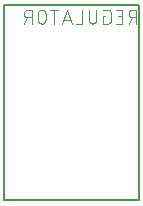
<source format=gbr>
G04 EAGLE Gerber RS-274X export*
G75*
%MOMM*%
%FSLAX34Y34*%
%LPD*%
%INSilkscreen Bottom*%
%IPPOS*%
%AMOC8*
5,1,8,0,0,1.08239X$1,22.5*%
G01*
%ADD10C,0.152400*%
%ADD11C,0.127000*%
%ADD12C,0.101600*%


D10*
X546100Y152400D02*
X431800Y152400D01*
X431800Y317500D01*
X546100Y317500D01*
X546100Y152400D01*
D11*
X546100Y317500D02*
X431800Y317500D01*
D12*
X543592Y313592D02*
X543592Y301908D01*
X543592Y313592D02*
X540346Y313592D01*
X540233Y313590D01*
X540120Y313584D01*
X540007Y313574D01*
X539894Y313560D01*
X539782Y313543D01*
X539671Y313521D01*
X539561Y313496D01*
X539451Y313466D01*
X539343Y313433D01*
X539236Y313396D01*
X539130Y313356D01*
X539026Y313311D01*
X538923Y313263D01*
X538822Y313212D01*
X538723Y313157D01*
X538626Y313099D01*
X538531Y313037D01*
X538438Y312972D01*
X538348Y312904D01*
X538260Y312833D01*
X538174Y312758D01*
X538091Y312681D01*
X538011Y312601D01*
X537934Y312518D01*
X537859Y312432D01*
X537788Y312344D01*
X537720Y312254D01*
X537655Y312161D01*
X537593Y312066D01*
X537535Y311969D01*
X537480Y311870D01*
X537429Y311769D01*
X537381Y311666D01*
X537336Y311562D01*
X537296Y311456D01*
X537259Y311349D01*
X537226Y311241D01*
X537196Y311131D01*
X537171Y311021D01*
X537149Y310910D01*
X537132Y310798D01*
X537118Y310685D01*
X537108Y310572D01*
X537102Y310459D01*
X537100Y310346D01*
X537102Y310233D01*
X537108Y310120D01*
X537118Y310007D01*
X537132Y309894D01*
X537149Y309782D01*
X537171Y309671D01*
X537196Y309561D01*
X537226Y309451D01*
X537259Y309343D01*
X537296Y309236D01*
X537336Y309130D01*
X537381Y309026D01*
X537429Y308923D01*
X537480Y308822D01*
X537535Y308723D01*
X537593Y308626D01*
X537655Y308531D01*
X537720Y308438D01*
X537788Y308348D01*
X537859Y308260D01*
X537934Y308174D01*
X538011Y308091D01*
X538091Y308011D01*
X538174Y307934D01*
X538260Y307859D01*
X538348Y307788D01*
X538438Y307720D01*
X538531Y307655D01*
X538626Y307593D01*
X538723Y307535D01*
X538822Y307480D01*
X538923Y307429D01*
X539026Y307381D01*
X539130Y307336D01*
X539236Y307296D01*
X539343Y307259D01*
X539451Y307226D01*
X539561Y307196D01*
X539671Y307171D01*
X539782Y307149D01*
X539894Y307132D01*
X540007Y307118D01*
X540120Y307108D01*
X540233Y307102D01*
X540346Y307100D01*
X540346Y307101D02*
X543592Y307101D01*
X539697Y307101D02*
X537101Y301908D01*
X531832Y301908D02*
X526639Y301908D01*
X531832Y301908D02*
X531832Y313592D01*
X526639Y313592D01*
X527937Y308399D02*
X531832Y308399D01*
X517405Y308399D02*
X515458Y308399D01*
X515458Y301908D01*
X519352Y301908D01*
X519451Y301910D01*
X519551Y301916D01*
X519650Y301925D01*
X519748Y301938D01*
X519846Y301955D01*
X519944Y301976D01*
X520040Y302001D01*
X520135Y302029D01*
X520229Y302061D01*
X520322Y302096D01*
X520414Y302135D01*
X520504Y302178D01*
X520592Y302223D01*
X520679Y302273D01*
X520763Y302325D01*
X520846Y302381D01*
X520926Y302439D01*
X521004Y302501D01*
X521079Y302566D01*
X521152Y302634D01*
X521222Y302704D01*
X521290Y302777D01*
X521355Y302852D01*
X521417Y302930D01*
X521475Y303010D01*
X521531Y303093D01*
X521583Y303177D01*
X521633Y303264D01*
X521678Y303352D01*
X521721Y303442D01*
X521760Y303534D01*
X521795Y303627D01*
X521827Y303721D01*
X521855Y303816D01*
X521880Y303912D01*
X521901Y304010D01*
X521918Y304108D01*
X521931Y304206D01*
X521940Y304305D01*
X521946Y304405D01*
X521948Y304504D01*
X521949Y304504D02*
X521949Y310996D01*
X521948Y310996D02*
X521946Y311095D01*
X521940Y311195D01*
X521931Y311294D01*
X521918Y311392D01*
X521901Y311490D01*
X521880Y311588D01*
X521855Y311684D01*
X521827Y311779D01*
X521795Y311873D01*
X521760Y311966D01*
X521721Y312058D01*
X521678Y312148D01*
X521633Y312236D01*
X521583Y312323D01*
X521531Y312407D01*
X521475Y312490D01*
X521417Y312570D01*
X521355Y312648D01*
X521290Y312723D01*
X521222Y312796D01*
X521152Y312866D01*
X521079Y312934D01*
X521004Y312999D01*
X520926Y313061D01*
X520846Y313119D01*
X520763Y313175D01*
X520679Y313227D01*
X520592Y313277D01*
X520504Y313322D01*
X520414Y313365D01*
X520322Y313404D01*
X520229Y313439D01*
X520135Y313471D01*
X520040Y313499D01*
X519944Y313524D01*
X519846Y313545D01*
X519748Y313562D01*
X519650Y313575D01*
X519551Y313584D01*
X519451Y313590D01*
X519352Y313592D01*
X515458Y313592D01*
X509757Y313592D02*
X509757Y305154D01*
X509755Y305041D01*
X509749Y304928D01*
X509739Y304815D01*
X509725Y304702D01*
X509708Y304590D01*
X509686Y304479D01*
X509661Y304369D01*
X509631Y304259D01*
X509598Y304151D01*
X509561Y304044D01*
X509521Y303938D01*
X509476Y303834D01*
X509428Y303731D01*
X509377Y303630D01*
X509322Y303531D01*
X509264Y303434D01*
X509202Y303339D01*
X509137Y303246D01*
X509069Y303156D01*
X508998Y303068D01*
X508923Y302982D01*
X508846Y302899D01*
X508766Y302819D01*
X508683Y302742D01*
X508597Y302667D01*
X508509Y302596D01*
X508419Y302528D01*
X508326Y302463D01*
X508231Y302401D01*
X508134Y302343D01*
X508035Y302288D01*
X507934Y302237D01*
X507831Y302189D01*
X507727Y302144D01*
X507621Y302104D01*
X507514Y302067D01*
X507406Y302034D01*
X507296Y302004D01*
X507186Y301979D01*
X507075Y301957D01*
X506963Y301940D01*
X506850Y301926D01*
X506737Y301916D01*
X506624Y301910D01*
X506511Y301908D01*
X506398Y301910D01*
X506285Y301916D01*
X506172Y301926D01*
X506059Y301940D01*
X505947Y301957D01*
X505836Y301979D01*
X505726Y302004D01*
X505616Y302034D01*
X505508Y302067D01*
X505401Y302104D01*
X505295Y302144D01*
X505191Y302189D01*
X505088Y302237D01*
X504987Y302288D01*
X504888Y302343D01*
X504791Y302401D01*
X504696Y302463D01*
X504603Y302528D01*
X504513Y302596D01*
X504425Y302667D01*
X504339Y302742D01*
X504256Y302819D01*
X504176Y302899D01*
X504099Y302982D01*
X504024Y303068D01*
X503953Y303156D01*
X503885Y303246D01*
X503820Y303339D01*
X503758Y303434D01*
X503700Y303531D01*
X503645Y303630D01*
X503594Y303731D01*
X503546Y303834D01*
X503501Y303938D01*
X503461Y304044D01*
X503424Y304151D01*
X503391Y304259D01*
X503361Y304369D01*
X503336Y304479D01*
X503314Y304590D01*
X503297Y304702D01*
X503283Y304815D01*
X503273Y304928D01*
X503267Y305041D01*
X503265Y305154D01*
X503266Y305154D02*
X503266Y313592D01*
X497542Y313592D02*
X497542Y301908D01*
X492349Y301908D01*
X488689Y301908D02*
X484794Y313592D01*
X480900Y301908D01*
X481873Y304829D02*
X487715Y304829D01*
X474126Y301908D02*
X474126Y313592D01*
X470881Y313592D02*
X477372Y313592D01*
X466704Y310346D02*
X466704Y305154D01*
X466704Y310346D02*
X466702Y310459D01*
X466696Y310572D01*
X466686Y310685D01*
X466672Y310798D01*
X466655Y310910D01*
X466633Y311021D01*
X466608Y311131D01*
X466578Y311241D01*
X466545Y311349D01*
X466508Y311456D01*
X466468Y311562D01*
X466423Y311666D01*
X466375Y311769D01*
X466324Y311870D01*
X466269Y311969D01*
X466211Y312066D01*
X466149Y312161D01*
X466084Y312254D01*
X466016Y312344D01*
X465945Y312432D01*
X465870Y312518D01*
X465793Y312601D01*
X465713Y312681D01*
X465630Y312758D01*
X465544Y312833D01*
X465456Y312904D01*
X465366Y312972D01*
X465273Y313037D01*
X465178Y313099D01*
X465081Y313157D01*
X464982Y313212D01*
X464881Y313263D01*
X464778Y313311D01*
X464674Y313356D01*
X464568Y313396D01*
X464461Y313433D01*
X464353Y313466D01*
X464243Y313496D01*
X464133Y313521D01*
X464022Y313543D01*
X463910Y313560D01*
X463797Y313574D01*
X463684Y313584D01*
X463571Y313590D01*
X463458Y313592D01*
X463345Y313590D01*
X463232Y313584D01*
X463119Y313574D01*
X463006Y313560D01*
X462894Y313543D01*
X462783Y313521D01*
X462673Y313496D01*
X462563Y313466D01*
X462455Y313433D01*
X462348Y313396D01*
X462242Y313356D01*
X462138Y313311D01*
X462035Y313263D01*
X461934Y313212D01*
X461835Y313157D01*
X461738Y313099D01*
X461643Y313037D01*
X461550Y312972D01*
X461460Y312904D01*
X461372Y312833D01*
X461286Y312758D01*
X461203Y312681D01*
X461123Y312601D01*
X461046Y312518D01*
X460971Y312432D01*
X460900Y312344D01*
X460832Y312254D01*
X460767Y312161D01*
X460705Y312066D01*
X460647Y311969D01*
X460592Y311870D01*
X460541Y311769D01*
X460493Y311666D01*
X460448Y311562D01*
X460408Y311456D01*
X460371Y311349D01*
X460338Y311241D01*
X460308Y311131D01*
X460283Y311021D01*
X460261Y310910D01*
X460244Y310798D01*
X460230Y310685D01*
X460220Y310572D01*
X460214Y310459D01*
X460212Y310346D01*
X460213Y310346D02*
X460213Y305154D01*
X460212Y305154D02*
X460214Y305041D01*
X460220Y304928D01*
X460230Y304815D01*
X460244Y304702D01*
X460261Y304590D01*
X460283Y304479D01*
X460308Y304369D01*
X460338Y304259D01*
X460371Y304151D01*
X460408Y304044D01*
X460448Y303938D01*
X460493Y303834D01*
X460541Y303731D01*
X460592Y303630D01*
X460647Y303531D01*
X460705Y303434D01*
X460767Y303339D01*
X460832Y303246D01*
X460900Y303156D01*
X460971Y303068D01*
X461046Y302982D01*
X461123Y302899D01*
X461203Y302819D01*
X461286Y302742D01*
X461372Y302667D01*
X461460Y302596D01*
X461550Y302528D01*
X461643Y302463D01*
X461738Y302401D01*
X461835Y302343D01*
X461934Y302288D01*
X462035Y302237D01*
X462138Y302189D01*
X462242Y302144D01*
X462348Y302104D01*
X462455Y302067D01*
X462563Y302034D01*
X462673Y302004D01*
X462783Y301979D01*
X462894Y301957D01*
X463006Y301940D01*
X463119Y301926D01*
X463232Y301916D01*
X463345Y301910D01*
X463458Y301908D01*
X463571Y301910D01*
X463684Y301916D01*
X463797Y301926D01*
X463910Y301940D01*
X464022Y301957D01*
X464133Y301979D01*
X464243Y302004D01*
X464353Y302034D01*
X464461Y302067D01*
X464568Y302104D01*
X464674Y302144D01*
X464778Y302189D01*
X464881Y302237D01*
X464982Y302288D01*
X465081Y302343D01*
X465178Y302401D01*
X465273Y302463D01*
X465366Y302528D01*
X465456Y302596D01*
X465544Y302667D01*
X465630Y302742D01*
X465713Y302819D01*
X465793Y302899D01*
X465870Y302982D01*
X465945Y303068D01*
X466016Y303156D01*
X466084Y303246D01*
X466149Y303339D01*
X466211Y303434D01*
X466269Y303531D01*
X466324Y303630D01*
X466375Y303731D01*
X466423Y303834D01*
X466468Y303938D01*
X466508Y304044D01*
X466545Y304151D01*
X466578Y304259D01*
X466608Y304369D01*
X466633Y304479D01*
X466655Y304590D01*
X466672Y304702D01*
X466686Y304815D01*
X466696Y304928D01*
X466702Y305041D01*
X466704Y305154D01*
X454819Y301908D02*
X454819Y313592D01*
X451574Y313592D01*
X451461Y313590D01*
X451348Y313584D01*
X451235Y313574D01*
X451122Y313560D01*
X451010Y313543D01*
X450899Y313521D01*
X450789Y313496D01*
X450679Y313466D01*
X450571Y313433D01*
X450464Y313396D01*
X450358Y313356D01*
X450254Y313311D01*
X450151Y313263D01*
X450050Y313212D01*
X449951Y313157D01*
X449854Y313099D01*
X449759Y313037D01*
X449666Y312972D01*
X449576Y312904D01*
X449488Y312833D01*
X449402Y312758D01*
X449319Y312681D01*
X449239Y312601D01*
X449162Y312518D01*
X449087Y312432D01*
X449016Y312344D01*
X448948Y312254D01*
X448883Y312161D01*
X448821Y312066D01*
X448763Y311969D01*
X448708Y311870D01*
X448657Y311769D01*
X448609Y311666D01*
X448564Y311562D01*
X448524Y311456D01*
X448487Y311349D01*
X448454Y311241D01*
X448424Y311131D01*
X448399Y311021D01*
X448377Y310910D01*
X448360Y310798D01*
X448346Y310685D01*
X448336Y310572D01*
X448330Y310459D01*
X448328Y310346D01*
X448330Y310233D01*
X448336Y310120D01*
X448346Y310007D01*
X448360Y309894D01*
X448377Y309782D01*
X448399Y309671D01*
X448424Y309561D01*
X448454Y309451D01*
X448487Y309343D01*
X448524Y309236D01*
X448564Y309130D01*
X448609Y309026D01*
X448657Y308923D01*
X448708Y308822D01*
X448763Y308723D01*
X448821Y308626D01*
X448883Y308531D01*
X448948Y308438D01*
X449016Y308348D01*
X449087Y308260D01*
X449162Y308174D01*
X449239Y308091D01*
X449319Y308011D01*
X449402Y307934D01*
X449488Y307859D01*
X449576Y307788D01*
X449666Y307720D01*
X449759Y307655D01*
X449854Y307593D01*
X449951Y307535D01*
X450050Y307480D01*
X450151Y307429D01*
X450254Y307381D01*
X450358Y307336D01*
X450464Y307296D01*
X450571Y307259D01*
X450679Y307226D01*
X450789Y307196D01*
X450899Y307171D01*
X451010Y307149D01*
X451122Y307132D01*
X451235Y307118D01*
X451348Y307108D01*
X451461Y307102D01*
X451574Y307100D01*
X451574Y307101D02*
X454819Y307101D01*
X450925Y307101D02*
X448328Y301908D01*
M02*

</source>
